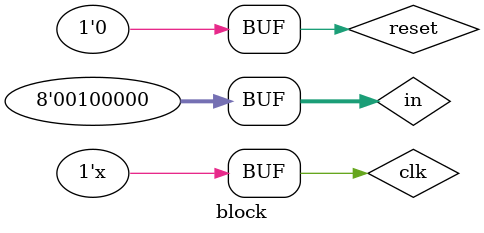
<source format=v>
`timescale 1ns / 1ps


module block;

	// Inputs
	reg clk;
	reg reset;
	reg [7:0] in;

	// Outputs
	wire result;

	// Instantiate the Unit Under Test (UUT)
	BlockChecker uut (
		.clk(clk), 
		.reset(reset), 
		.in(in), 
		.result(result)
	);

	initial begin
		// Initialize Inputs
		clk = 0;
		reset = 0;
		in = 0;

		// Wait 100 ns for global reset to finish
		#100;
        
		// Add stimulus here
		in = "a";
		#100;
		
		in = " ";
		#100;
		
		in = "B";
		#100;
		
		in = "E";
		#100;
		
		in = "g";
		#100;
		
		in = "I";
		#100;
		
		in = "n";
		#100;
		
		in = " ";
		#100;
		
		in = "E";
		#100;
		
		in = "n";
		#100;
		
		in = "d";
		#100;
		
		in = " ";
		#100;
		
		in = " ";
		#100;
		
		in = "e";
		#100;
		
		in = "n";
		#100;
		
		in = "d";
		#100;
		
		in = "d";
		#100;
		
		in = "e";
		#100;
		
		in = "n";
		#100;
		
		in = "d";
		#100;
		
		in = " ";
		#100;
		
		in = "b";
		#100;
		
		in = "E";
		#100;
		
		in = "G";
		#100;
		
		in = "i";
		#100;
		
		in = "n";
		#100;
		
		 in = "e";
		#100;
		
		in = "n";
		#100;
		
		in = "d";
		#100;
		
		in = " ";
		#100;
	end
  
 always #50 clk = ~clk;
  
endmodule


</source>
